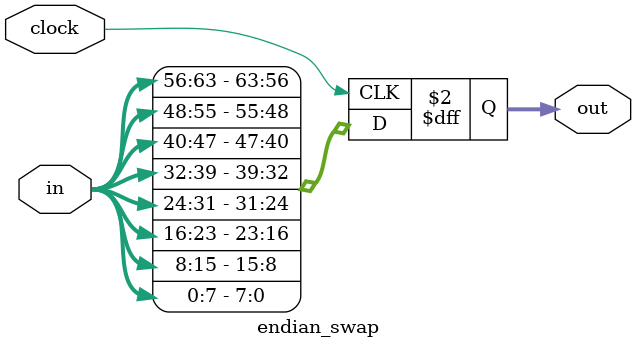
<source format=sv>
module endian_swap (
  input clock,
  input [0:63] in,
  output reg [0:63] out);

  always @ (posedge clock)
    out <= {in[56:63], in[48:55], in[40:47], in[32:39],
            in[24:31], in[16:23], in[8:15],  in[0:7]};
endmodule

</source>
